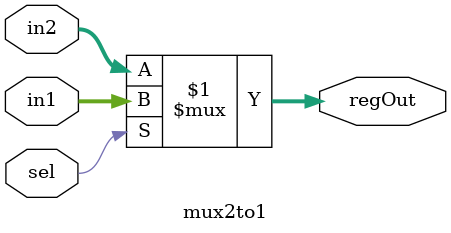
<source format=v>
module mux2to1 #(parameter WIDTH = 32)(input [WIDTH-1:0] in1, in2, 
input sel,
output [WIDTH-1:0] regOut);

assign regOut = sel ? in1 : in2;

endmodule 
</source>
